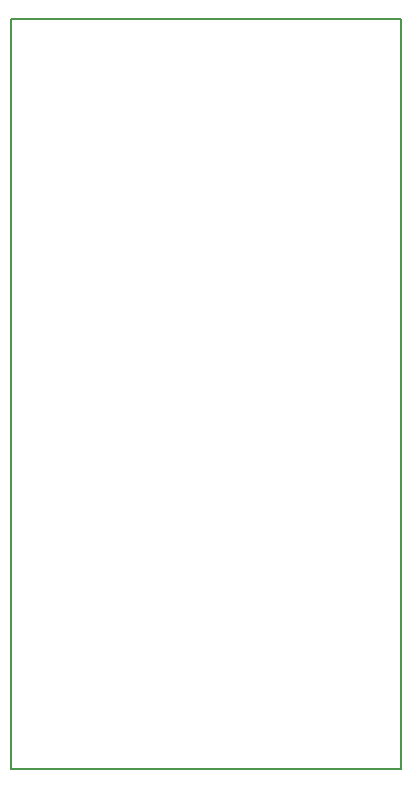
<source format=gko>
G04 DipTrace 4.3.0.4*
G04 racal_dana_OCXO.GKO*
%MOIN*%
G04 #@! TF.FileFunction,Profile*
G04 #@! TF.Part,Single*
%ADD12C,0.005512*%
%FSLAX26Y26*%
G04*
G70*
G90*
G75*
G01*
G04 BoardOutline*
%LPD*%
X394000Y394000D2*
D12*
X1694000D1*
Y2894000D1*
X394000D1*
Y394000D1*
M02*

</source>
